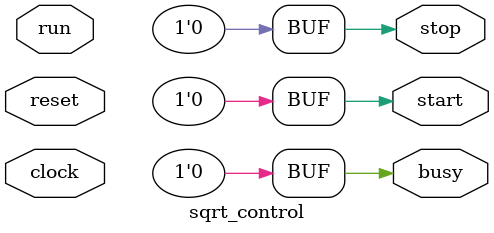
<source format=v>
/*

Square root controller
 
jca@fe.up.pt, Nov 2018

	This Verilog code is property of University of Porto
	Its utilization beyond the scope of the course Digital Systems Design
	(Projeto de Sistemas Digitais) of the Integrated Master in Electrical 
	and Computer Engineering requires explicit authorization from the author.
 
*/
module sqrt_control(
					input clock,		//master clock
					input reset,		//synch reset, active high
					input run,		    //start a new sqrt
					output busy,		//high while sqrt is running
					output start,		//control to datapath
					output stop	        //control to datapath
				);

reg [4:0] state;

//=======================================================================================
// Timing diagram:
//
// state:  0   1   2   3   4   5   6   7   8   9   10  11  12  13  14  15  16  17  0   0
//        _   _   _   _   _   _   _   _   _   _   _   _   _   _   _   _   _   _   _   _
//  clk _| |_| |_| |_| |_| |_| |_| |_| |_| |_| |_| |_| |_| |_| |_| |_| |_| |_| |_| |_| |_
//         ___
//  run __|   |__________________________________________________________________________
//             ___________________________________________________________________
// busy ______|                                                                   |______
//         ____
//start __|    |_________________________________________________________________________
//                                                                            ___
//stop  _____________________________________________________________________|   |_______
//

// REPLACE WITH YOUR VERILOG CODE

assign start = 0;
assign busy = 0;
assign stop = 0;

endmodule

</source>
